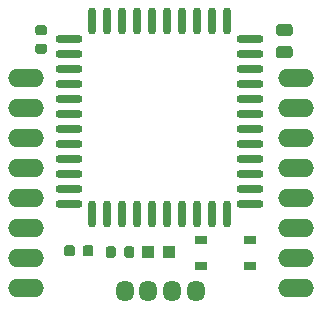
<source format=gtp>
G04 #@! TF.GenerationSoftware,KiCad,Pcbnew,(5.1.2)-1*
G04 #@! TF.CreationDate,2019-06-15T01:06:45+09:00*
G04 #@! TF.ProjectId,ble5,626c6535-2e6b-4696-9361-645f70636258,v1.0*
G04 #@! TF.SameCoordinates,Original*
G04 #@! TF.FileFunction,Paste,Top*
G04 #@! TF.FilePolarity,Positive*
%FSLAX46Y46*%
G04 Gerber Fmt 4.6, Leading zero omitted, Abs format (unit mm)*
G04 Created by KiCad (PCBNEW (5.1.2)-1) date 2019-06-15 01:06:45*
%MOMM*%
%LPD*%
G04 APERTURE LIST*
%ADD10R,1.049020X1.079500*%
%ADD11O,3.048000X1.524000*%
%ADD12R,1.050000X0.650000*%
%ADD13O,1.524000X1.800000*%
%ADD14O,0.760000X2.300000*%
%ADD15O,2.300000X0.760000*%
%ADD16C,0.050000*%
%ADD17C,0.975000*%
%ADD18C,0.875000*%
G04 APERTURE END LIST*
D10*
X126447760Y-59200000D03*
X124700240Y-59200000D03*
D11*
X114300000Y-44450000D03*
X114300000Y-46990000D03*
X114300000Y-49530000D03*
X114300000Y-52070000D03*
X114300000Y-54610000D03*
X114300000Y-57150000D03*
X114300000Y-59690000D03*
X114300000Y-62230000D03*
X137160000Y-44450000D03*
X137160000Y-46990000D03*
X137160000Y-49530000D03*
X137160000Y-52070000D03*
X137160000Y-54610000D03*
X137160000Y-57150000D03*
X137160000Y-59690000D03*
X137160000Y-62230000D03*
D12*
X129150000Y-58200000D03*
X133300000Y-58200000D03*
X129150000Y-60350000D03*
X133300000Y-60350000D03*
D13*
X128700000Y-62500000D03*
X126700000Y-62500000D03*
X124700000Y-62500000D03*
X122700000Y-62500000D03*
D14*
X119940000Y-39600000D03*
X122480000Y-39600000D03*
X121210000Y-39600000D03*
X123750000Y-39600000D03*
X125020000Y-39600000D03*
X126290000Y-39600000D03*
X127560000Y-39600000D03*
X128830000Y-39600000D03*
X130100000Y-39600000D03*
X131370000Y-39600000D03*
D15*
X133310000Y-41170000D03*
X133310000Y-42440000D03*
X133310000Y-43710000D03*
X133310000Y-44980000D03*
X133310000Y-46250000D03*
X133310000Y-47520000D03*
X133310000Y-48790000D03*
X133310000Y-50060000D03*
X133310000Y-51330000D03*
X133310000Y-52600000D03*
X133310000Y-53870000D03*
X133310000Y-55140000D03*
D14*
X131370000Y-55975000D03*
X130100000Y-55975000D03*
X128830000Y-55975000D03*
X127560000Y-55975000D03*
X126290000Y-55975000D03*
X125020000Y-55975000D03*
X123750000Y-55975000D03*
X122480000Y-55975000D03*
X121210000Y-55975000D03*
X119940000Y-55975000D03*
D15*
X118000000Y-55140000D03*
X118000000Y-53870000D03*
X118000000Y-52600000D03*
X118000000Y-51330000D03*
X118000000Y-50060000D03*
X118000000Y-48790000D03*
X118000000Y-47520000D03*
X118000000Y-46250000D03*
X118000000Y-44980000D03*
X118000000Y-43710000D03*
X118000000Y-42440000D03*
X118000000Y-41170000D03*
D16*
G36*
X136680142Y-41788674D02*
G01*
X136703803Y-41792184D01*
X136727007Y-41797996D01*
X136749529Y-41806054D01*
X136771153Y-41816282D01*
X136791670Y-41828579D01*
X136810883Y-41842829D01*
X136828607Y-41858893D01*
X136844671Y-41876617D01*
X136858921Y-41895830D01*
X136871218Y-41916347D01*
X136881446Y-41937971D01*
X136889504Y-41960493D01*
X136895316Y-41983697D01*
X136898826Y-42007358D01*
X136900000Y-42031250D01*
X136900000Y-42518750D01*
X136898826Y-42542642D01*
X136895316Y-42566303D01*
X136889504Y-42589507D01*
X136881446Y-42612029D01*
X136871218Y-42633653D01*
X136858921Y-42654170D01*
X136844671Y-42673383D01*
X136828607Y-42691107D01*
X136810883Y-42707171D01*
X136791670Y-42721421D01*
X136771153Y-42733718D01*
X136749529Y-42743946D01*
X136727007Y-42752004D01*
X136703803Y-42757816D01*
X136680142Y-42761326D01*
X136656250Y-42762500D01*
X135743750Y-42762500D01*
X135719858Y-42761326D01*
X135696197Y-42757816D01*
X135672993Y-42752004D01*
X135650471Y-42743946D01*
X135628847Y-42733718D01*
X135608330Y-42721421D01*
X135589117Y-42707171D01*
X135571393Y-42691107D01*
X135555329Y-42673383D01*
X135541079Y-42654170D01*
X135528782Y-42633653D01*
X135518554Y-42612029D01*
X135510496Y-42589507D01*
X135504684Y-42566303D01*
X135501174Y-42542642D01*
X135500000Y-42518750D01*
X135500000Y-42031250D01*
X135501174Y-42007358D01*
X135504684Y-41983697D01*
X135510496Y-41960493D01*
X135518554Y-41937971D01*
X135528782Y-41916347D01*
X135541079Y-41895830D01*
X135555329Y-41876617D01*
X135571393Y-41858893D01*
X135589117Y-41842829D01*
X135608330Y-41828579D01*
X135628847Y-41816282D01*
X135650471Y-41806054D01*
X135672993Y-41797996D01*
X135696197Y-41792184D01*
X135719858Y-41788674D01*
X135743750Y-41787500D01*
X136656250Y-41787500D01*
X136680142Y-41788674D01*
X136680142Y-41788674D01*
G37*
D17*
X136200000Y-42275000D03*
D16*
G36*
X136680142Y-39913674D02*
G01*
X136703803Y-39917184D01*
X136727007Y-39922996D01*
X136749529Y-39931054D01*
X136771153Y-39941282D01*
X136791670Y-39953579D01*
X136810883Y-39967829D01*
X136828607Y-39983893D01*
X136844671Y-40001617D01*
X136858921Y-40020830D01*
X136871218Y-40041347D01*
X136881446Y-40062971D01*
X136889504Y-40085493D01*
X136895316Y-40108697D01*
X136898826Y-40132358D01*
X136900000Y-40156250D01*
X136900000Y-40643750D01*
X136898826Y-40667642D01*
X136895316Y-40691303D01*
X136889504Y-40714507D01*
X136881446Y-40737029D01*
X136871218Y-40758653D01*
X136858921Y-40779170D01*
X136844671Y-40798383D01*
X136828607Y-40816107D01*
X136810883Y-40832171D01*
X136791670Y-40846421D01*
X136771153Y-40858718D01*
X136749529Y-40868946D01*
X136727007Y-40877004D01*
X136703803Y-40882816D01*
X136680142Y-40886326D01*
X136656250Y-40887500D01*
X135743750Y-40887500D01*
X135719858Y-40886326D01*
X135696197Y-40882816D01*
X135672993Y-40877004D01*
X135650471Y-40868946D01*
X135628847Y-40858718D01*
X135608330Y-40846421D01*
X135589117Y-40832171D01*
X135571393Y-40816107D01*
X135555329Y-40798383D01*
X135541079Y-40779170D01*
X135528782Y-40758653D01*
X135518554Y-40737029D01*
X135510496Y-40714507D01*
X135504684Y-40691303D01*
X135501174Y-40667642D01*
X135500000Y-40643750D01*
X135500000Y-40156250D01*
X135501174Y-40132358D01*
X135504684Y-40108697D01*
X135510496Y-40085493D01*
X135518554Y-40062971D01*
X135528782Y-40041347D01*
X135541079Y-40020830D01*
X135555329Y-40001617D01*
X135571393Y-39983893D01*
X135589117Y-39967829D01*
X135608330Y-39953579D01*
X135628847Y-39941282D01*
X135650471Y-39931054D01*
X135672993Y-39922996D01*
X135696197Y-39917184D01*
X135719858Y-39913674D01*
X135743750Y-39912500D01*
X136656250Y-39912500D01*
X136680142Y-39913674D01*
X136680142Y-39913674D01*
G37*
D17*
X136200000Y-40400000D03*
D16*
G36*
X115877691Y-41551053D02*
G01*
X115898926Y-41554203D01*
X115919750Y-41559419D01*
X115939962Y-41566651D01*
X115959368Y-41575830D01*
X115977781Y-41586866D01*
X115995024Y-41599654D01*
X116010930Y-41614070D01*
X116025346Y-41629976D01*
X116038134Y-41647219D01*
X116049170Y-41665632D01*
X116058349Y-41685038D01*
X116065581Y-41705250D01*
X116070797Y-41726074D01*
X116073947Y-41747309D01*
X116075000Y-41768750D01*
X116075000Y-42206250D01*
X116073947Y-42227691D01*
X116070797Y-42248926D01*
X116065581Y-42269750D01*
X116058349Y-42289962D01*
X116049170Y-42309368D01*
X116038134Y-42327781D01*
X116025346Y-42345024D01*
X116010930Y-42360930D01*
X115995024Y-42375346D01*
X115977781Y-42388134D01*
X115959368Y-42399170D01*
X115939962Y-42408349D01*
X115919750Y-42415581D01*
X115898926Y-42420797D01*
X115877691Y-42423947D01*
X115856250Y-42425000D01*
X115343750Y-42425000D01*
X115322309Y-42423947D01*
X115301074Y-42420797D01*
X115280250Y-42415581D01*
X115260038Y-42408349D01*
X115240632Y-42399170D01*
X115222219Y-42388134D01*
X115204976Y-42375346D01*
X115189070Y-42360930D01*
X115174654Y-42345024D01*
X115161866Y-42327781D01*
X115150830Y-42309368D01*
X115141651Y-42289962D01*
X115134419Y-42269750D01*
X115129203Y-42248926D01*
X115126053Y-42227691D01*
X115125000Y-42206250D01*
X115125000Y-41768750D01*
X115126053Y-41747309D01*
X115129203Y-41726074D01*
X115134419Y-41705250D01*
X115141651Y-41685038D01*
X115150830Y-41665632D01*
X115161866Y-41647219D01*
X115174654Y-41629976D01*
X115189070Y-41614070D01*
X115204976Y-41599654D01*
X115222219Y-41586866D01*
X115240632Y-41575830D01*
X115260038Y-41566651D01*
X115280250Y-41559419D01*
X115301074Y-41554203D01*
X115322309Y-41551053D01*
X115343750Y-41550000D01*
X115856250Y-41550000D01*
X115877691Y-41551053D01*
X115877691Y-41551053D01*
G37*
D18*
X115600000Y-41987500D03*
D16*
G36*
X115877691Y-39976053D02*
G01*
X115898926Y-39979203D01*
X115919750Y-39984419D01*
X115939962Y-39991651D01*
X115959368Y-40000830D01*
X115977781Y-40011866D01*
X115995024Y-40024654D01*
X116010930Y-40039070D01*
X116025346Y-40054976D01*
X116038134Y-40072219D01*
X116049170Y-40090632D01*
X116058349Y-40110038D01*
X116065581Y-40130250D01*
X116070797Y-40151074D01*
X116073947Y-40172309D01*
X116075000Y-40193750D01*
X116075000Y-40631250D01*
X116073947Y-40652691D01*
X116070797Y-40673926D01*
X116065581Y-40694750D01*
X116058349Y-40714962D01*
X116049170Y-40734368D01*
X116038134Y-40752781D01*
X116025346Y-40770024D01*
X116010930Y-40785930D01*
X115995024Y-40800346D01*
X115977781Y-40813134D01*
X115959368Y-40824170D01*
X115939962Y-40833349D01*
X115919750Y-40840581D01*
X115898926Y-40845797D01*
X115877691Y-40848947D01*
X115856250Y-40850000D01*
X115343750Y-40850000D01*
X115322309Y-40848947D01*
X115301074Y-40845797D01*
X115280250Y-40840581D01*
X115260038Y-40833349D01*
X115240632Y-40824170D01*
X115222219Y-40813134D01*
X115204976Y-40800346D01*
X115189070Y-40785930D01*
X115174654Y-40770024D01*
X115161866Y-40752781D01*
X115150830Y-40734368D01*
X115141651Y-40714962D01*
X115134419Y-40694750D01*
X115129203Y-40673926D01*
X115126053Y-40652691D01*
X115125000Y-40631250D01*
X115125000Y-40193750D01*
X115126053Y-40172309D01*
X115129203Y-40151074D01*
X115134419Y-40130250D01*
X115141651Y-40110038D01*
X115150830Y-40090632D01*
X115161866Y-40072219D01*
X115174654Y-40054976D01*
X115189070Y-40039070D01*
X115204976Y-40024654D01*
X115222219Y-40011866D01*
X115240632Y-40000830D01*
X115260038Y-39991651D01*
X115280250Y-39984419D01*
X115301074Y-39979203D01*
X115322309Y-39976053D01*
X115343750Y-39975000D01*
X115856250Y-39975000D01*
X115877691Y-39976053D01*
X115877691Y-39976053D01*
G37*
D18*
X115600000Y-40412500D03*
D16*
G36*
X123315691Y-58726053D02*
G01*
X123336926Y-58729203D01*
X123357750Y-58734419D01*
X123377962Y-58741651D01*
X123397368Y-58750830D01*
X123415781Y-58761866D01*
X123433024Y-58774654D01*
X123448930Y-58789070D01*
X123463346Y-58804976D01*
X123476134Y-58822219D01*
X123487170Y-58840632D01*
X123496349Y-58860038D01*
X123503581Y-58880250D01*
X123508797Y-58901074D01*
X123511947Y-58922309D01*
X123513000Y-58943750D01*
X123513000Y-59456250D01*
X123511947Y-59477691D01*
X123508797Y-59498926D01*
X123503581Y-59519750D01*
X123496349Y-59539962D01*
X123487170Y-59559368D01*
X123476134Y-59577781D01*
X123463346Y-59595024D01*
X123448930Y-59610930D01*
X123433024Y-59625346D01*
X123415781Y-59638134D01*
X123397368Y-59649170D01*
X123377962Y-59658349D01*
X123357750Y-59665581D01*
X123336926Y-59670797D01*
X123315691Y-59673947D01*
X123294250Y-59675000D01*
X122856750Y-59675000D01*
X122835309Y-59673947D01*
X122814074Y-59670797D01*
X122793250Y-59665581D01*
X122773038Y-59658349D01*
X122753632Y-59649170D01*
X122735219Y-59638134D01*
X122717976Y-59625346D01*
X122702070Y-59610930D01*
X122687654Y-59595024D01*
X122674866Y-59577781D01*
X122663830Y-59559368D01*
X122654651Y-59539962D01*
X122647419Y-59519750D01*
X122642203Y-59498926D01*
X122639053Y-59477691D01*
X122638000Y-59456250D01*
X122638000Y-58943750D01*
X122639053Y-58922309D01*
X122642203Y-58901074D01*
X122647419Y-58880250D01*
X122654651Y-58860038D01*
X122663830Y-58840632D01*
X122674866Y-58822219D01*
X122687654Y-58804976D01*
X122702070Y-58789070D01*
X122717976Y-58774654D01*
X122735219Y-58761866D01*
X122753632Y-58750830D01*
X122773038Y-58741651D01*
X122793250Y-58734419D01*
X122814074Y-58729203D01*
X122835309Y-58726053D01*
X122856750Y-58725000D01*
X123294250Y-58725000D01*
X123315691Y-58726053D01*
X123315691Y-58726053D01*
G37*
D18*
X123075500Y-59200000D03*
D16*
G36*
X121740691Y-58726053D02*
G01*
X121761926Y-58729203D01*
X121782750Y-58734419D01*
X121802962Y-58741651D01*
X121822368Y-58750830D01*
X121840781Y-58761866D01*
X121858024Y-58774654D01*
X121873930Y-58789070D01*
X121888346Y-58804976D01*
X121901134Y-58822219D01*
X121912170Y-58840632D01*
X121921349Y-58860038D01*
X121928581Y-58880250D01*
X121933797Y-58901074D01*
X121936947Y-58922309D01*
X121938000Y-58943750D01*
X121938000Y-59456250D01*
X121936947Y-59477691D01*
X121933797Y-59498926D01*
X121928581Y-59519750D01*
X121921349Y-59539962D01*
X121912170Y-59559368D01*
X121901134Y-59577781D01*
X121888346Y-59595024D01*
X121873930Y-59610930D01*
X121858024Y-59625346D01*
X121840781Y-59638134D01*
X121822368Y-59649170D01*
X121802962Y-59658349D01*
X121782750Y-59665581D01*
X121761926Y-59670797D01*
X121740691Y-59673947D01*
X121719250Y-59675000D01*
X121281750Y-59675000D01*
X121260309Y-59673947D01*
X121239074Y-59670797D01*
X121218250Y-59665581D01*
X121198038Y-59658349D01*
X121178632Y-59649170D01*
X121160219Y-59638134D01*
X121142976Y-59625346D01*
X121127070Y-59610930D01*
X121112654Y-59595024D01*
X121099866Y-59577781D01*
X121088830Y-59559368D01*
X121079651Y-59539962D01*
X121072419Y-59519750D01*
X121067203Y-59498926D01*
X121064053Y-59477691D01*
X121063000Y-59456250D01*
X121063000Y-58943750D01*
X121064053Y-58922309D01*
X121067203Y-58901074D01*
X121072419Y-58880250D01*
X121079651Y-58860038D01*
X121088830Y-58840632D01*
X121099866Y-58822219D01*
X121112654Y-58804976D01*
X121127070Y-58789070D01*
X121142976Y-58774654D01*
X121160219Y-58761866D01*
X121178632Y-58750830D01*
X121198038Y-58741651D01*
X121218250Y-58734419D01*
X121239074Y-58729203D01*
X121260309Y-58726053D01*
X121281750Y-58725000D01*
X121719250Y-58725000D01*
X121740691Y-58726053D01*
X121740691Y-58726053D01*
G37*
D18*
X121500500Y-59200000D03*
D16*
G36*
X118252691Y-58626053D02*
G01*
X118273926Y-58629203D01*
X118294750Y-58634419D01*
X118314962Y-58641651D01*
X118334368Y-58650830D01*
X118352781Y-58661866D01*
X118370024Y-58674654D01*
X118385930Y-58689070D01*
X118400346Y-58704976D01*
X118413134Y-58722219D01*
X118424170Y-58740632D01*
X118433349Y-58760038D01*
X118440581Y-58780250D01*
X118445797Y-58801074D01*
X118448947Y-58822309D01*
X118450000Y-58843750D01*
X118450000Y-59356250D01*
X118448947Y-59377691D01*
X118445797Y-59398926D01*
X118440581Y-59419750D01*
X118433349Y-59439962D01*
X118424170Y-59459368D01*
X118413134Y-59477781D01*
X118400346Y-59495024D01*
X118385930Y-59510930D01*
X118370024Y-59525346D01*
X118352781Y-59538134D01*
X118334368Y-59549170D01*
X118314962Y-59558349D01*
X118294750Y-59565581D01*
X118273926Y-59570797D01*
X118252691Y-59573947D01*
X118231250Y-59575000D01*
X117793750Y-59575000D01*
X117772309Y-59573947D01*
X117751074Y-59570797D01*
X117730250Y-59565581D01*
X117710038Y-59558349D01*
X117690632Y-59549170D01*
X117672219Y-59538134D01*
X117654976Y-59525346D01*
X117639070Y-59510930D01*
X117624654Y-59495024D01*
X117611866Y-59477781D01*
X117600830Y-59459368D01*
X117591651Y-59439962D01*
X117584419Y-59419750D01*
X117579203Y-59398926D01*
X117576053Y-59377691D01*
X117575000Y-59356250D01*
X117575000Y-58843750D01*
X117576053Y-58822309D01*
X117579203Y-58801074D01*
X117584419Y-58780250D01*
X117591651Y-58760038D01*
X117600830Y-58740632D01*
X117611866Y-58722219D01*
X117624654Y-58704976D01*
X117639070Y-58689070D01*
X117654976Y-58674654D01*
X117672219Y-58661866D01*
X117690632Y-58650830D01*
X117710038Y-58641651D01*
X117730250Y-58634419D01*
X117751074Y-58629203D01*
X117772309Y-58626053D01*
X117793750Y-58625000D01*
X118231250Y-58625000D01*
X118252691Y-58626053D01*
X118252691Y-58626053D01*
G37*
D18*
X118012500Y-59100000D03*
D16*
G36*
X119827691Y-58626053D02*
G01*
X119848926Y-58629203D01*
X119869750Y-58634419D01*
X119889962Y-58641651D01*
X119909368Y-58650830D01*
X119927781Y-58661866D01*
X119945024Y-58674654D01*
X119960930Y-58689070D01*
X119975346Y-58704976D01*
X119988134Y-58722219D01*
X119999170Y-58740632D01*
X120008349Y-58760038D01*
X120015581Y-58780250D01*
X120020797Y-58801074D01*
X120023947Y-58822309D01*
X120025000Y-58843750D01*
X120025000Y-59356250D01*
X120023947Y-59377691D01*
X120020797Y-59398926D01*
X120015581Y-59419750D01*
X120008349Y-59439962D01*
X119999170Y-59459368D01*
X119988134Y-59477781D01*
X119975346Y-59495024D01*
X119960930Y-59510930D01*
X119945024Y-59525346D01*
X119927781Y-59538134D01*
X119909368Y-59549170D01*
X119889962Y-59558349D01*
X119869750Y-59565581D01*
X119848926Y-59570797D01*
X119827691Y-59573947D01*
X119806250Y-59575000D01*
X119368750Y-59575000D01*
X119347309Y-59573947D01*
X119326074Y-59570797D01*
X119305250Y-59565581D01*
X119285038Y-59558349D01*
X119265632Y-59549170D01*
X119247219Y-59538134D01*
X119229976Y-59525346D01*
X119214070Y-59510930D01*
X119199654Y-59495024D01*
X119186866Y-59477781D01*
X119175830Y-59459368D01*
X119166651Y-59439962D01*
X119159419Y-59419750D01*
X119154203Y-59398926D01*
X119151053Y-59377691D01*
X119150000Y-59356250D01*
X119150000Y-58843750D01*
X119151053Y-58822309D01*
X119154203Y-58801074D01*
X119159419Y-58780250D01*
X119166651Y-58760038D01*
X119175830Y-58740632D01*
X119186866Y-58722219D01*
X119199654Y-58704976D01*
X119214070Y-58689070D01*
X119229976Y-58674654D01*
X119247219Y-58661866D01*
X119265632Y-58650830D01*
X119285038Y-58641651D01*
X119305250Y-58634419D01*
X119326074Y-58629203D01*
X119347309Y-58626053D01*
X119368750Y-58625000D01*
X119806250Y-58625000D01*
X119827691Y-58626053D01*
X119827691Y-58626053D01*
G37*
D18*
X119587500Y-59100000D03*
M02*

</source>
